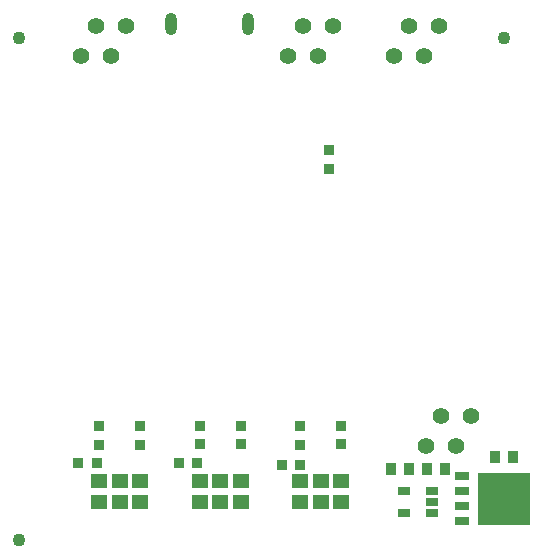
<source format=gbr>
%TF.GenerationSoftware,Altium Limited,Altium Designer,22.9.1 (49)*%
G04 Layer_Color=16711935*
%FSLAX45Y45*%
%MOMM*%
%TF.SameCoordinates,CD82FF21-FF23-4195-95DD-DD0BBBA1307D*%
%TF.FilePolarity,Negative*%
%TF.FileFunction,Soldermask,Bot*%
%TF.Part,Single*%
G01*
G75*
%TA.AperFunction,SMDPad,CuDef*%
%ADD48R,1.00000X0.70000*%
%ADD57R,0.96360X0.98900*%
%ADD58R,0.86200X0.91280*%
%ADD59R,0.91280X0.86200*%
%ADD60R,1.44620X1.16680*%
%ADD61R,4.50000X4.50000*%
%ADD62R,1.15000X0.65000*%
%TA.AperFunction,ComponentPad*%
%ADD63O,1.00000X1.90000*%
%ADD64C,1.40000*%
%ADD65C,0.10000*%
%TA.AperFunction,ViaPad*%
%ADD66C,1.10000*%
D48*
X4595000Y1420000D02*
D03*
X4595000Y1325000D02*
D03*
X4595000Y1230000D02*
D03*
X4355000Y1230000D02*
D03*
X4355000Y1420000D02*
D03*
D57*
X4702470Y1600000D02*
D03*
X4547530Y1600000D02*
D03*
X4402470Y1600000D02*
D03*
X4247530Y1600000D02*
D03*
X5277470Y1700000D02*
D03*
X5122530Y1700000D02*
D03*
D58*
X2602470Y1650000D02*
D03*
X2447530Y1650000D02*
D03*
X3477470Y1637370D02*
D03*
X3322530Y1637370D02*
D03*
X1597530Y1650000D02*
D03*
X1752470Y1650000D02*
D03*
D59*
X2625000Y1964970D02*
D03*
X2625000Y1810030D02*
D03*
X2975000Y1964970D02*
D03*
X2975000Y1810030D02*
D03*
X3820000Y1964970D02*
D03*
X3820000Y1810030D02*
D03*
X3475000Y1964840D02*
D03*
X3475000Y1809900D02*
D03*
X3725000Y4145060D02*
D03*
X3725000Y4300000D02*
D03*
X2125000Y1809900D02*
D03*
X2125000Y1964840D02*
D03*
X1775000Y1809900D02*
D03*
X1775000Y1964840D02*
D03*
D60*
X2800000Y1324740D02*
D03*
X2800000Y1500000D02*
D03*
X2975000Y1324740D02*
D03*
X2975000Y1500000D02*
D03*
X2625000Y1324740D02*
D03*
X2625000Y1500000D02*
D03*
X3475000Y1324740D02*
D03*
X3475000Y1500000D02*
D03*
X3650000Y1324740D02*
D03*
X3650000Y1500000D02*
D03*
X3825000Y1324740D02*
D03*
X3825000Y1500000D02*
D03*
X1775000Y1500000D02*
D03*
X1775000Y1324740D02*
D03*
X1950000Y1500000D02*
D03*
X1950000Y1324740D02*
D03*
X2125000Y1500000D02*
D03*
X2125000Y1324740D02*
D03*
D61*
X5200000Y1350000D02*
D03*
D62*
X4850000Y1540500D02*
D03*
X4850000Y1413500D02*
D03*
X4850000Y1286500D02*
D03*
X4850000Y1159500D02*
D03*
D63*
X2379370Y5367360D02*
D03*
X3039370Y5367360D02*
D03*
D64*
X1877000Y5096000D02*
D03*
X1750000Y5350000D02*
D03*
X1623000Y5096000D02*
D03*
X2004000Y5350000D02*
D03*
X4927000Y2054000D02*
D03*
X4800000Y1800000D02*
D03*
X4673000Y2054000D02*
D03*
X4546000Y1800000D02*
D03*
X3754000Y5350000D02*
D03*
X3627000Y5096000D02*
D03*
X3500000Y5350000D02*
D03*
X3373000Y5096000D02*
D03*
X4654000Y5350000D02*
D03*
X4527000Y5096000D02*
D03*
X4400000Y5350000D02*
D03*
X4273000Y5096000D02*
D03*
D65*
X2144000Y5170000D02*
D03*
X4406000Y1980000D02*
D03*
X3894000Y5170000D02*
D03*
X4794000Y5170000D02*
D03*
D66*
X1100000Y5250000D02*
D03*
X1100000Y1000000D02*
D03*
X5200000Y5250000D02*
D03*
%TF.MD5,c3cf1129e810b86e03ed7b46ef6acb29*%
M02*

</source>
